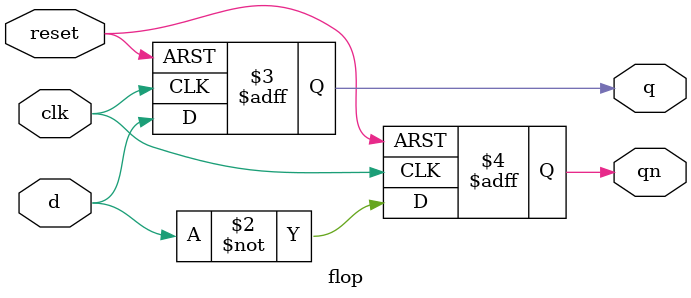
<source format=sv>

module Mod4_Counter(
  input  logic clk, reset,

  output logic [1:0] y
);

  logic clk2, fp2_q;
  flop fp1(.d(y[0]), .clk(clk), .reset(reset), .q(clk2), .qn(y[0]));
  flop fp2(.d(y[1]), .clk(clk2), .reset(reset), .q(fp2_q), .qn(y[1]));

endmodule // seq_detector

module flop(
  input logic d, clk, reset,

  output logic q, qn
);

  always_ff @(posedge clk, posedge reset)
  begin
    if (reset)
    begin
      q <= 0;
      qn <= 1;
    end
    else
    begin
      q  <= d;
      qn <= ~d;
    end
  end
endmodule

</source>
